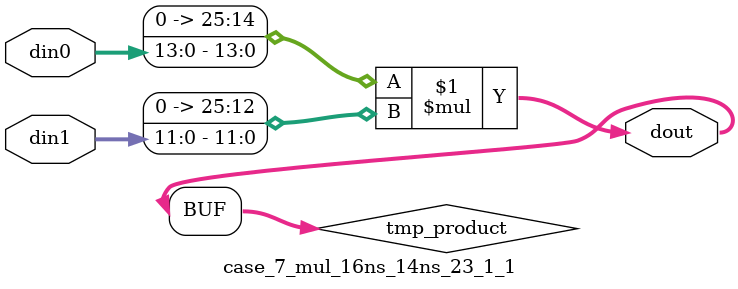
<source format=v>

`timescale 1 ns / 1 ps

 (* use_dsp = "no" *)  module case_7_mul_16ns_14ns_23_1_1(din0, din1, dout);
parameter ID = 1;
parameter NUM_STAGE = 0;
parameter din0_WIDTH = 14;
parameter din1_WIDTH = 12;
parameter dout_WIDTH = 26;

input [din0_WIDTH - 1 : 0] din0; 
input [din1_WIDTH - 1 : 0] din1; 
output [dout_WIDTH - 1 : 0] dout;

wire signed [dout_WIDTH - 1 : 0] tmp_product;
























assign tmp_product = $signed({1'b0, din0}) * $signed({1'b0, din1});











assign dout = tmp_product;





















endmodule

</source>
